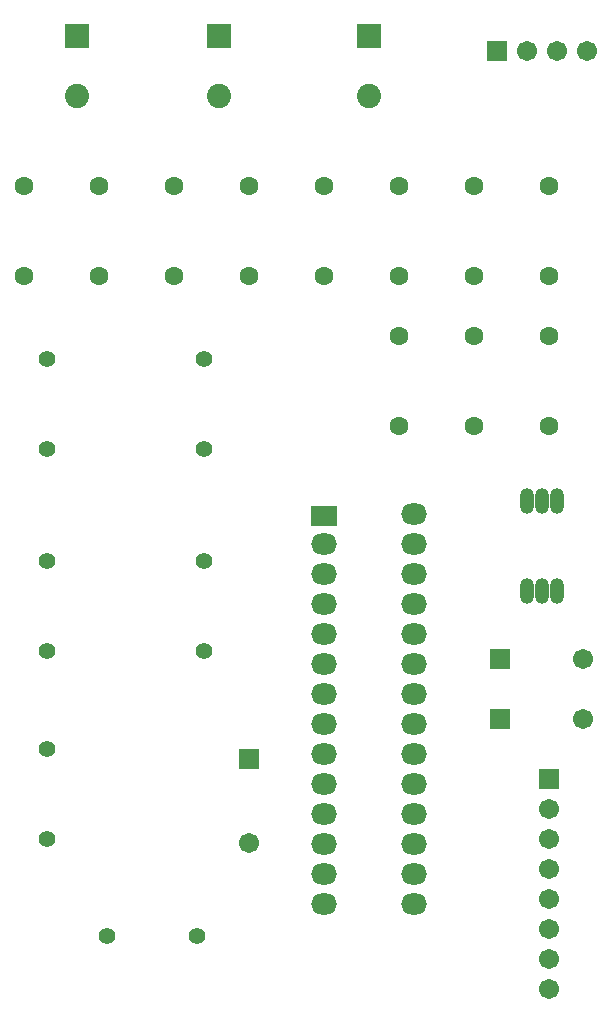
<source format=gts>
G04 Layer_Color=8388736*
%FSLAX25Y25*%
%MOIN*%
G70*
G01*
G75*
%ADD26O,0.04737X0.08674*%
%ADD27O,0.04737X0.08674*%
%ADD28R,0.06706X0.06706*%
%ADD29C,0.06706*%
%ADD30R,0.06706X0.06706*%
%ADD31C,0.05524*%
%ADD32R,0.08083X0.08083*%
%ADD33C,0.08083*%
%ADD34O,0.08674X0.07099*%
%ADD35R,0.08674X0.07099*%
%ADD36C,0.06312*%
D26*
X290000Y325000D02*
D03*
X280000D02*
D03*
X290000Y295000D02*
D03*
X280000D02*
D03*
D27*
X285000Y325000D02*
D03*
Y295000D02*
D03*
D28*
X271024Y272500D02*
D03*
Y252500D02*
D03*
X270000Y475000D02*
D03*
D29*
X298976Y272500D02*
D03*
Y252500D02*
D03*
X187500Y211024D02*
D03*
X287500Y222500D02*
D03*
Y212500D02*
D03*
Y202500D02*
D03*
Y192500D02*
D03*
Y182500D02*
D03*
Y172500D02*
D03*
Y162500D02*
D03*
X300000Y475000D02*
D03*
X290000D02*
D03*
X280000D02*
D03*
D30*
X187500Y238976D02*
D03*
X287500Y232500D02*
D03*
D31*
X120000Y242500D02*
D03*
Y212500D02*
D03*
X172500Y305000D02*
D03*
Y275000D02*
D03*
X140000Y180000D02*
D03*
X170000D02*
D03*
X120000Y305000D02*
D03*
Y275000D02*
D03*
X172500Y372500D02*
D03*
Y342500D02*
D03*
X120000Y372500D02*
D03*
Y342500D02*
D03*
D32*
X227500Y480000D02*
D03*
X177500D02*
D03*
X130000D02*
D03*
D33*
X227500Y460000D02*
D03*
X177500D02*
D03*
X130000D02*
D03*
D34*
X242539Y190748D02*
D03*
Y200748D02*
D03*
Y210748D02*
D03*
Y220748D02*
D03*
Y230748D02*
D03*
Y240748D02*
D03*
Y250748D02*
D03*
Y260748D02*
D03*
Y270748D02*
D03*
Y280748D02*
D03*
Y290748D02*
D03*
Y300748D02*
D03*
Y310748D02*
D03*
Y320748D02*
D03*
X212539Y190748D02*
D03*
Y200748D02*
D03*
Y210748D02*
D03*
Y220748D02*
D03*
Y230748D02*
D03*
Y240748D02*
D03*
Y250748D02*
D03*
Y260748D02*
D03*
Y270748D02*
D03*
Y280748D02*
D03*
Y290748D02*
D03*
Y300748D02*
D03*
Y310748D02*
D03*
D35*
X212500Y320000D02*
D03*
D36*
Y400000D02*
D03*
Y430000D02*
D03*
X187500D02*
D03*
Y400000D02*
D03*
X162500Y430000D02*
D03*
Y400000D02*
D03*
X137500D02*
D03*
Y430000D02*
D03*
X237500D02*
D03*
Y400000D02*
D03*
X287500D02*
D03*
Y430000D02*
D03*
X262500D02*
D03*
Y400000D02*
D03*
X112500D02*
D03*
Y430000D02*
D03*
X287500Y350000D02*
D03*
Y380000D02*
D03*
X262500Y350000D02*
D03*
Y380000D02*
D03*
X237500Y350000D02*
D03*
Y380000D02*
D03*
M02*

</source>
